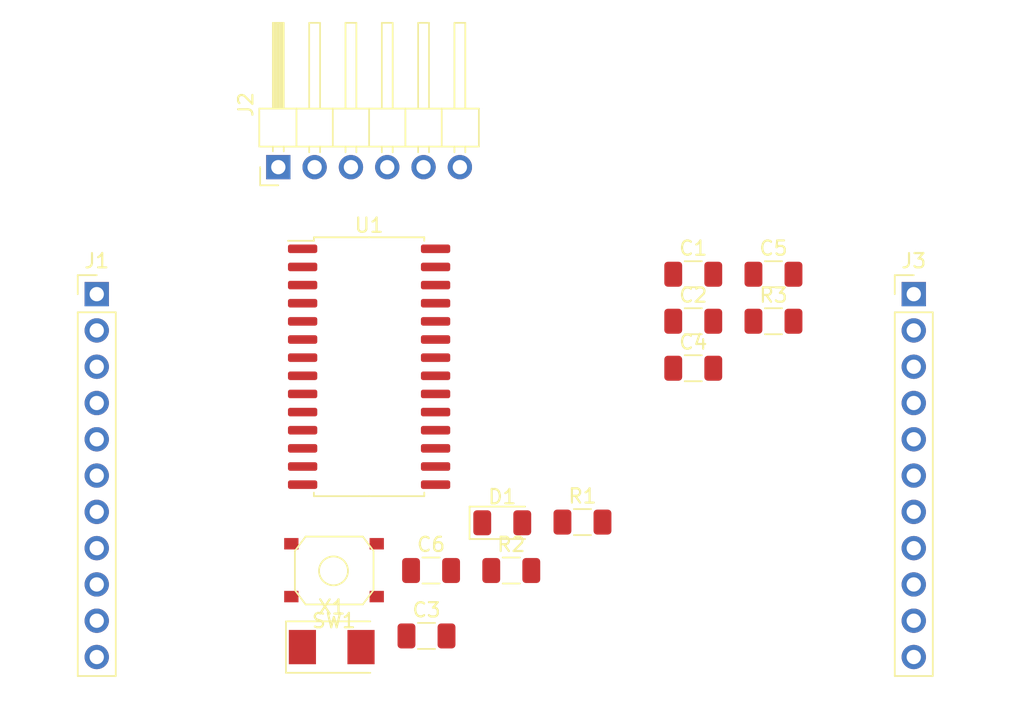
<source format=kicad_pcb>
(kicad_pcb (version 20171130) (host pcbnew "(5.1.5)-3")

  (general
    (thickness 1.6)
    (drawings 0)
    (tracks 0)
    (zones 0)
    (modules 16)
    (nets 55)
  )

  (page A4)
  (layers
    (0 F.Cu signal)
    (31 B.Cu signal)
    (32 B.Adhes user)
    (33 F.Adhes user)
    (34 B.Paste user)
    (35 F.Paste user)
    (36 B.SilkS user)
    (37 F.SilkS user)
    (38 B.Mask user)
    (39 F.Mask user)
    (40 Dwgs.User user)
    (41 Cmts.User user)
    (42 Eco1.User user)
    (43 Eco2.User user)
    (44 Edge.Cuts user)
    (45 Margin user)
    (46 B.CrtYd user)
    (47 F.CrtYd user)
    (48 B.Fab user)
    (49 F.Fab user)
  )

  (setup
    (last_trace_width 0.25)
    (trace_clearance 0.2)
    (zone_clearance 0.508)
    (zone_45_only no)
    (trace_min 0.2)
    (via_size 0.8)
    (via_drill 0.4)
    (via_min_size 0.4)
    (via_min_drill 0.3)
    (uvia_size 0.3)
    (uvia_drill 0.1)
    (uvias_allowed no)
    (uvia_min_size 0.2)
    (uvia_min_drill 0.1)
    (edge_width 0.05)
    (segment_width 0.2)
    (pcb_text_width 0.3)
    (pcb_text_size 1.5 1.5)
    (mod_edge_width 0.12)
    (mod_text_size 1 1)
    (mod_text_width 0.15)
    (pad_size 1.524 1.524)
    (pad_drill 0.762)
    (pad_to_mask_clearance 0.051)
    (solder_mask_min_width 0.25)
    (aux_axis_origin 0 0)
    (visible_elements FFFFFF7F)
    (pcbplotparams
      (layerselection 0x010fc_ffffffff)
      (usegerberextensions false)
      (usegerberattributes false)
      (usegerberadvancedattributes false)
      (creategerberjobfile false)
      (excludeedgelayer true)
      (linewidth 0.100000)
      (plotframeref false)
      (viasonmask false)
      (mode 1)
      (useauxorigin false)
      (hpglpennumber 1)
      (hpglpenspeed 20)
      (hpglpendiameter 15.000000)
      (psnegative false)
      (psa4output false)
      (plotreference true)
      (plotvalue true)
      (plotinvisibletext false)
      (padsonsilk false)
      (subtractmaskfromsilk false)
      (outputformat 1)
      (mirror false)
      (drillshape 1)
      (scaleselection 1)
      (outputdirectory ""))
  )

  (net 0 "")
  (net 1 "Net-(C1-Pad1)")
  (net 2 GND)
  (net 3 "Net-(C2-Pad1)")
  (net 4 "Net-(C3-Pad1)")
  (net 5 VCC)
  (net 6 "Net-(D1-Pad1)")
  (net 7 /RB0)
  (net 8 /RB1)
  (net 9 /RB2)
  (net 10 /RB3)
  (net 11 /RB4)
  (net 12 /RB5)
  (net 13 /RC13)
  (net 14 /RC14)
  (net 15 /OSC2)
  (net 16 /RD9)
  (net 17 /RD8)
  (net 18 "Net-(J2-Pad1)")
  (net 19 "Net-(J2-Pad2)")
  (net 20 "Net-(J2-Pad3)")
  (net 21 "Net-(J2-Pad4)")
  (net 22 "Net-(J2-Pad5)")
  (net 23 "Net-(J2-Pad6)")
  (net 24 "Net-(J3-Pad11)")
  (net 25 "Net-(J3-Pad10)")
  (net 26 /RF6)
  (net 27 /RF5)
  (net 28 /RF4)
  (net 29 /RF3)
  (net 30 /RF2)
  (net 31 /RB9)
  (net 32 /RB8)
  (net 33 /RB7)
  (net 34 /RB6)
  (net 35 "Net-(R2-Pad2)")
  (net 36 "Net-(U1-Pad2)")
  (net 37 "Net-(U1-Pad3)")
  (net 38 "Net-(U1-Pad4)")
  (net 39 "Net-(U1-Pad5)")
  (net 40 "Net-(U1-Pad6)")
  (net 41 "Net-(U1-Pad7)")
  (net 42 "Net-(U1-Pad11)")
  (net 43 "Net-(U1-Pad12)")
  (net 44 "Net-(U1-Pad14)")
  (net 45 "Net-(U1-Pad15)")
  (net 46 "Net-(U1-Pad16)")
  (net 47 "Net-(U1-Pad17)")
  (net 48 "Net-(U1-Pad18)")
  (net 49 "Net-(U1-Pad21)")
  (net 50 "Net-(U1-Pad22)")
  (net 51 "Net-(U1-Pad23)")
  (net 52 "Net-(U1-Pad24)")
  (net 53 "Net-(U1-Pad25)")
  (net 54 "Net-(U1-Pad26)")

  (net_class Default "Esta es la clase de red por defecto."
    (clearance 0.2)
    (trace_width 0.25)
    (via_dia 0.8)
    (via_drill 0.4)
    (uvia_dia 0.3)
    (uvia_drill 0.1)
    (add_net /OSC2)
    (add_net /RB0)
    (add_net /RB1)
    (add_net /RB2)
    (add_net /RB3)
    (add_net /RB4)
    (add_net /RB5)
    (add_net /RB6)
    (add_net /RB7)
    (add_net /RB8)
    (add_net /RB9)
    (add_net /RC13)
    (add_net /RC14)
    (add_net /RD8)
    (add_net /RD9)
    (add_net /RF2)
    (add_net /RF3)
    (add_net /RF4)
    (add_net /RF5)
    (add_net /RF6)
    (add_net GND)
    (add_net "Net-(C1-Pad1)")
    (add_net "Net-(C2-Pad1)")
    (add_net "Net-(C3-Pad1)")
    (add_net "Net-(D1-Pad1)")
    (add_net "Net-(J2-Pad1)")
    (add_net "Net-(J2-Pad2)")
    (add_net "Net-(J2-Pad3)")
    (add_net "Net-(J2-Pad4)")
    (add_net "Net-(J2-Pad5)")
    (add_net "Net-(J2-Pad6)")
    (add_net "Net-(J3-Pad10)")
    (add_net "Net-(J3-Pad11)")
    (add_net "Net-(R2-Pad2)")
    (add_net "Net-(U1-Pad11)")
    (add_net "Net-(U1-Pad12)")
    (add_net "Net-(U1-Pad14)")
    (add_net "Net-(U1-Pad15)")
    (add_net "Net-(U1-Pad16)")
    (add_net "Net-(U1-Pad17)")
    (add_net "Net-(U1-Pad18)")
    (add_net "Net-(U1-Pad2)")
    (add_net "Net-(U1-Pad21)")
    (add_net "Net-(U1-Pad22)")
    (add_net "Net-(U1-Pad23)")
    (add_net "Net-(U1-Pad24)")
    (add_net "Net-(U1-Pad25)")
    (add_net "Net-(U1-Pad26)")
    (add_net "Net-(U1-Pad3)")
    (add_net "Net-(U1-Pad4)")
    (add_net "Net-(U1-Pad5)")
    (add_net "Net-(U1-Pad6)")
    (add_net "Net-(U1-Pad7)")
    (add_net VCC)
  )

  (module Capacitor_SMD:C_1206_3216Metric (layer F.Cu) (tedit 5B301BBE) (tstamp 5EDB24A9)
    (at 169.995001 69.725001)
    (descr "Capacitor SMD 1206 (3216 Metric), square (rectangular) end terminal, IPC_7351 nominal, (Body size source: http://www.tortai-tech.com/upload/download/2011102023233369053.pdf), generated with kicad-footprint-generator")
    (tags capacitor)
    (path /5ED0D90A)
    (attr smd)
    (fp_text reference C1 (at 0 -1.82) (layer F.SilkS)
      (effects (font (size 1 1) (thickness 0.15)))
    )
    (fp_text value 100nF (at 0 1.82) (layer F.Fab)
      (effects (font (size 1 1) (thickness 0.15)))
    )
    (fp_line (start -1.6 0.8) (end -1.6 -0.8) (layer F.Fab) (width 0.1))
    (fp_line (start -1.6 -0.8) (end 1.6 -0.8) (layer F.Fab) (width 0.1))
    (fp_line (start 1.6 -0.8) (end 1.6 0.8) (layer F.Fab) (width 0.1))
    (fp_line (start 1.6 0.8) (end -1.6 0.8) (layer F.Fab) (width 0.1))
    (fp_line (start -0.602064 -0.91) (end 0.602064 -0.91) (layer F.SilkS) (width 0.12))
    (fp_line (start -0.602064 0.91) (end 0.602064 0.91) (layer F.SilkS) (width 0.12))
    (fp_line (start -2.28 1.12) (end -2.28 -1.12) (layer F.CrtYd) (width 0.05))
    (fp_line (start -2.28 -1.12) (end 2.28 -1.12) (layer F.CrtYd) (width 0.05))
    (fp_line (start 2.28 -1.12) (end 2.28 1.12) (layer F.CrtYd) (width 0.05))
    (fp_line (start 2.28 1.12) (end -2.28 1.12) (layer F.CrtYd) (width 0.05))
    (fp_text user %R (at 0 0) (layer F.Fab)
      (effects (font (size 0.8 0.8) (thickness 0.12)))
    )
    (pad 1 smd roundrect (at -1.4 0) (size 1.25 1.75) (layers F.Cu F.Paste F.Mask) (roundrect_rratio 0.2)
      (net 1 "Net-(C1-Pad1)"))
    (pad 2 smd roundrect (at 1.4 0) (size 1.25 1.75) (layers F.Cu F.Paste F.Mask) (roundrect_rratio 0.2)
      (net 2 GND))
    (model ${KISYS3DMOD}/Capacitor_SMD.3dshapes/C_1206_3216Metric.wrl
      (at (xyz 0 0 0))
      (scale (xyz 1 1 1))
      (rotate (xyz 0 0 0))
    )
  )

  (module Capacitor_SMD:C_1206_3216Metric (layer F.Cu) (tedit 5B301BBE) (tstamp 5EDB24BA)
    (at 169.995001 73.015001)
    (descr "Capacitor SMD 1206 (3216 Metric), square (rectangular) end terminal, IPC_7351 nominal, (Body size source: http://www.tortai-tech.com/upload/download/2011102023233369053.pdf), generated with kicad-footprint-generator")
    (tags capacitor)
    (path /5ED1999C)
    (attr smd)
    (fp_text reference C2 (at 0 -1.82) (layer F.SilkS)
      (effects (font (size 1 1) (thickness 0.15)))
    )
    (fp_text value 22pF (at 0 1.82) (layer F.Fab)
      (effects (font (size 1 1) (thickness 0.15)))
    )
    (fp_text user %R (at 0 0) (layer F.Fab)
      (effects (font (size 0.8 0.8) (thickness 0.12)))
    )
    (fp_line (start 2.28 1.12) (end -2.28 1.12) (layer F.CrtYd) (width 0.05))
    (fp_line (start 2.28 -1.12) (end 2.28 1.12) (layer F.CrtYd) (width 0.05))
    (fp_line (start -2.28 -1.12) (end 2.28 -1.12) (layer F.CrtYd) (width 0.05))
    (fp_line (start -2.28 1.12) (end -2.28 -1.12) (layer F.CrtYd) (width 0.05))
    (fp_line (start -0.602064 0.91) (end 0.602064 0.91) (layer F.SilkS) (width 0.12))
    (fp_line (start -0.602064 -0.91) (end 0.602064 -0.91) (layer F.SilkS) (width 0.12))
    (fp_line (start 1.6 0.8) (end -1.6 0.8) (layer F.Fab) (width 0.1))
    (fp_line (start 1.6 -0.8) (end 1.6 0.8) (layer F.Fab) (width 0.1))
    (fp_line (start -1.6 -0.8) (end 1.6 -0.8) (layer F.Fab) (width 0.1))
    (fp_line (start -1.6 0.8) (end -1.6 -0.8) (layer F.Fab) (width 0.1))
    (pad 2 smd roundrect (at 1.4 0) (size 1.25 1.75) (layers F.Cu F.Paste F.Mask) (roundrect_rratio 0.2)
      (net 2 GND))
    (pad 1 smd roundrect (at -1.4 0) (size 1.25 1.75) (layers F.Cu F.Paste F.Mask) (roundrect_rratio 0.2)
      (net 3 "Net-(C2-Pad1)"))
    (model ${KISYS3DMOD}/Capacitor_SMD.3dshapes/C_1206_3216Metric.wrl
      (at (xyz 0 0 0))
      (scale (xyz 1 1 1))
      (rotate (xyz 0 0 0))
    )
  )

  (module Capacitor_SMD:C_1206_3216Metric (layer F.Cu) (tedit 5B301BBE) (tstamp 5EDB24CB)
    (at 151.335001 95.045001)
    (descr "Capacitor SMD 1206 (3216 Metric), square (rectangular) end terminal, IPC_7351 nominal, (Body size source: http://www.tortai-tech.com/upload/download/2011102023233369053.pdf), generated with kicad-footprint-generator")
    (tags capacitor)
    (path /5ED19CAA)
    (attr smd)
    (fp_text reference C3 (at 0 -1.82) (layer F.SilkS)
      (effects (font (size 1 1) (thickness 0.15)))
    )
    (fp_text value 22pF (at 0 1.82) (layer F.Fab)
      (effects (font (size 1 1) (thickness 0.15)))
    )
    (fp_line (start -1.6 0.8) (end -1.6 -0.8) (layer F.Fab) (width 0.1))
    (fp_line (start -1.6 -0.8) (end 1.6 -0.8) (layer F.Fab) (width 0.1))
    (fp_line (start 1.6 -0.8) (end 1.6 0.8) (layer F.Fab) (width 0.1))
    (fp_line (start 1.6 0.8) (end -1.6 0.8) (layer F.Fab) (width 0.1))
    (fp_line (start -0.602064 -0.91) (end 0.602064 -0.91) (layer F.SilkS) (width 0.12))
    (fp_line (start -0.602064 0.91) (end 0.602064 0.91) (layer F.SilkS) (width 0.12))
    (fp_line (start -2.28 1.12) (end -2.28 -1.12) (layer F.CrtYd) (width 0.05))
    (fp_line (start -2.28 -1.12) (end 2.28 -1.12) (layer F.CrtYd) (width 0.05))
    (fp_line (start 2.28 -1.12) (end 2.28 1.12) (layer F.CrtYd) (width 0.05))
    (fp_line (start 2.28 1.12) (end -2.28 1.12) (layer F.CrtYd) (width 0.05))
    (fp_text user %R (at 0 0) (layer F.Fab)
      (effects (font (size 0.8 0.8) (thickness 0.12)))
    )
    (pad 1 smd roundrect (at -1.4 0) (size 1.25 1.75) (layers F.Cu F.Paste F.Mask) (roundrect_rratio 0.2)
      (net 4 "Net-(C3-Pad1)"))
    (pad 2 smd roundrect (at 1.4 0) (size 1.25 1.75) (layers F.Cu F.Paste F.Mask) (roundrect_rratio 0.2)
      (net 2 GND))
    (model ${KISYS3DMOD}/Capacitor_SMD.3dshapes/C_1206_3216Metric.wrl
      (at (xyz 0 0 0))
      (scale (xyz 1 1 1))
      (rotate (xyz 0 0 0))
    )
  )

  (module Capacitor_SMD:C_1206_3216Metric (layer F.Cu) (tedit 5B301BBE) (tstamp 5EDB24DC)
    (at 169.995001 76.305001)
    (descr "Capacitor SMD 1206 (3216 Metric), square (rectangular) end terminal, IPC_7351 nominal, (Body size source: http://www.tortai-tech.com/upload/download/2011102023233369053.pdf), generated with kicad-footprint-generator")
    (tags capacitor)
    (path /5ED8E9F6)
    (attr smd)
    (fp_text reference C4 (at 0 -1.82) (layer F.SilkS)
      (effects (font (size 1 1) (thickness 0.15)))
    )
    (fp_text value 100nF (at 0 1.82) (layer F.Fab)
      (effects (font (size 1 1) (thickness 0.15)))
    )
    (fp_text user %R (at 0 0) (layer F.Fab)
      (effects (font (size 0.8 0.8) (thickness 0.12)))
    )
    (fp_line (start 2.28 1.12) (end -2.28 1.12) (layer F.CrtYd) (width 0.05))
    (fp_line (start 2.28 -1.12) (end 2.28 1.12) (layer F.CrtYd) (width 0.05))
    (fp_line (start -2.28 -1.12) (end 2.28 -1.12) (layer F.CrtYd) (width 0.05))
    (fp_line (start -2.28 1.12) (end -2.28 -1.12) (layer F.CrtYd) (width 0.05))
    (fp_line (start -0.602064 0.91) (end 0.602064 0.91) (layer F.SilkS) (width 0.12))
    (fp_line (start -0.602064 -0.91) (end 0.602064 -0.91) (layer F.SilkS) (width 0.12))
    (fp_line (start 1.6 0.8) (end -1.6 0.8) (layer F.Fab) (width 0.1))
    (fp_line (start 1.6 -0.8) (end 1.6 0.8) (layer F.Fab) (width 0.1))
    (fp_line (start -1.6 -0.8) (end 1.6 -0.8) (layer F.Fab) (width 0.1))
    (fp_line (start -1.6 0.8) (end -1.6 -0.8) (layer F.Fab) (width 0.1))
    (pad 2 smd roundrect (at 1.4 0) (size 1.25 1.75) (layers F.Cu F.Paste F.Mask) (roundrect_rratio 0.2)
      (net 2 GND))
    (pad 1 smd roundrect (at -1.4 0) (size 1.25 1.75) (layers F.Cu F.Paste F.Mask) (roundrect_rratio 0.2)
      (net 5 VCC))
    (model ${KISYS3DMOD}/Capacitor_SMD.3dshapes/C_1206_3216Metric.wrl
      (at (xyz 0 0 0))
      (scale (xyz 1 1 1))
      (rotate (xyz 0 0 0))
    )
  )

  (module Capacitor_SMD:C_1206_3216Metric (layer F.Cu) (tedit 5B301BBE) (tstamp 5EDB24ED)
    (at 175.605001 69.725001)
    (descr "Capacitor SMD 1206 (3216 Metric), square (rectangular) end terminal, IPC_7351 nominal, (Body size source: http://www.tortai-tech.com/upload/download/2011102023233369053.pdf), generated with kicad-footprint-generator")
    (tags capacitor)
    (path /5ECDED81)
    (attr smd)
    (fp_text reference C5 (at 0 -1.82) (layer F.SilkS)
      (effects (font (size 1 1) (thickness 0.15)))
    )
    (fp_text value 100nF (at 0 1.82) (layer F.Fab)
      (effects (font (size 1 1) (thickness 0.15)))
    )
    (fp_text user %R (at 0 0) (layer F.Fab)
      (effects (font (size 0.8 0.8) (thickness 0.12)))
    )
    (fp_line (start 2.28 1.12) (end -2.28 1.12) (layer F.CrtYd) (width 0.05))
    (fp_line (start 2.28 -1.12) (end 2.28 1.12) (layer F.CrtYd) (width 0.05))
    (fp_line (start -2.28 -1.12) (end 2.28 -1.12) (layer F.CrtYd) (width 0.05))
    (fp_line (start -2.28 1.12) (end -2.28 -1.12) (layer F.CrtYd) (width 0.05))
    (fp_line (start -0.602064 0.91) (end 0.602064 0.91) (layer F.SilkS) (width 0.12))
    (fp_line (start -0.602064 -0.91) (end 0.602064 -0.91) (layer F.SilkS) (width 0.12))
    (fp_line (start 1.6 0.8) (end -1.6 0.8) (layer F.Fab) (width 0.1))
    (fp_line (start 1.6 -0.8) (end 1.6 0.8) (layer F.Fab) (width 0.1))
    (fp_line (start -1.6 -0.8) (end 1.6 -0.8) (layer F.Fab) (width 0.1))
    (fp_line (start -1.6 0.8) (end -1.6 -0.8) (layer F.Fab) (width 0.1))
    (pad 2 smd roundrect (at 1.4 0) (size 1.25 1.75) (layers F.Cu F.Paste F.Mask) (roundrect_rratio 0.2)
      (net 2 GND))
    (pad 1 smd roundrect (at -1.4 0) (size 1.25 1.75) (layers F.Cu F.Paste F.Mask) (roundrect_rratio 0.2)
      (net 5 VCC))
    (model ${KISYS3DMOD}/Capacitor_SMD.3dshapes/C_1206_3216Metric.wrl
      (at (xyz 0 0 0))
      (scale (xyz 1 1 1))
      (rotate (xyz 0 0 0))
    )
  )

  (module Capacitor_SMD:C_1206_3216Metric (layer F.Cu) (tedit 5B301BBE) (tstamp 5EDB24FE)
    (at 151.655001 90.465001)
    (descr "Capacitor SMD 1206 (3216 Metric), square (rectangular) end terminal, IPC_7351 nominal, (Body size source: http://www.tortai-tech.com/upload/download/2011102023233369053.pdf), generated with kicad-footprint-generator")
    (tags capacitor)
    (path /5ECDF41D)
    (attr smd)
    (fp_text reference C6 (at 0 -1.82) (layer F.SilkS)
      (effects (font (size 1 1) (thickness 0.15)))
    )
    (fp_text value 100nF (at 0 1.82) (layer F.Fab)
      (effects (font (size 1 1) (thickness 0.15)))
    )
    (fp_line (start -1.6 0.8) (end -1.6 -0.8) (layer F.Fab) (width 0.1))
    (fp_line (start -1.6 -0.8) (end 1.6 -0.8) (layer F.Fab) (width 0.1))
    (fp_line (start 1.6 -0.8) (end 1.6 0.8) (layer F.Fab) (width 0.1))
    (fp_line (start 1.6 0.8) (end -1.6 0.8) (layer F.Fab) (width 0.1))
    (fp_line (start -0.602064 -0.91) (end 0.602064 -0.91) (layer F.SilkS) (width 0.12))
    (fp_line (start -0.602064 0.91) (end 0.602064 0.91) (layer F.SilkS) (width 0.12))
    (fp_line (start -2.28 1.12) (end -2.28 -1.12) (layer F.CrtYd) (width 0.05))
    (fp_line (start -2.28 -1.12) (end 2.28 -1.12) (layer F.CrtYd) (width 0.05))
    (fp_line (start 2.28 -1.12) (end 2.28 1.12) (layer F.CrtYd) (width 0.05))
    (fp_line (start 2.28 1.12) (end -2.28 1.12) (layer F.CrtYd) (width 0.05))
    (fp_text user %R (at 0 0) (layer F.Fab)
      (effects (font (size 0.8 0.8) (thickness 0.12)))
    )
    (pad 1 smd roundrect (at -1.4 0) (size 1.25 1.75) (layers F.Cu F.Paste F.Mask) (roundrect_rratio 0.2)
      (net 5 VCC))
    (pad 2 smd roundrect (at 1.4 0) (size 1.25 1.75) (layers F.Cu F.Paste F.Mask) (roundrect_rratio 0.2)
      (net 2 GND))
    (model ${KISYS3DMOD}/Capacitor_SMD.3dshapes/C_1206_3216Metric.wrl
      (at (xyz 0 0 0))
      (scale (xyz 1 1 1))
      (rotate (xyz 0 0 0))
    )
  )

  (module LED_SMD:LED_1206_3216Metric (layer F.Cu) (tedit 5B301BBE) (tstamp 5EDB2511)
    (at 156.635001 87.125001)
    (descr "LED SMD 1206 (3216 Metric), square (rectangular) end terminal, IPC_7351 nominal, (Body size source: http://www.tortai-tech.com/upload/download/2011102023233369053.pdf), generated with kicad-footprint-generator")
    (tags diode)
    (path /5ED45FD6)
    (attr smd)
    (fp_text reference D1 (at 0 -1.82) (layer F.SilkS)
      (effects (font (size 1 1) (thickness 0.15)))
    )
    (fp_text value LED (at 0 1.82) (layer F.Fab)
      (effects (font (size 1 1) (thickness 0.15)))
    )
    (fp_line (start 1.6 -0.8) (end -1.2 -0.8) (layer F.Fab) (width 0.1))
    (fp_line (start -1.2 -0.8) (end -1.6 -0.4) (layer F.Fab) (width 0.1))
    (fp_line (start -1.6 -0.4) (end -1.6 0.8) (layer F.Fab) (width 0.1))
    (fp_line (start -1.6 0.8) (end 1.6 0.8) (layer F.Fab) (width 0.1))
    (fp_line (start 1.6 0.8) (end 1.6 -0.8) (layer F.Fab) (width 0.1))
    (fp_line (start 1.6 -1.135) (end -2.285 -1.135) (layer F.SilkS) (width 0.12))
    (fp_line (start -2.285 -1.135) (end -2.285 1.135) (layer F.SilkS) (width 0.12))
    (fp_line (start -2.285 1.135) (end 1.6 1.135) (layer F.SilkS) (width 0.12))
    (fp_line (start -2.28 1.12) (end -2.28 -1.12) (layer F.CrtYd) (width 0.05))
    (fp_line (start -2.28 -1.12) (end 2.28 -1.12) (layer F.CrtYd) (width 0.05))
    (fp_line (start 2.28 -1.12) (end 2.28 1.12) (layer F.CrtYd) (width 0.05))
    (fp_line (start 2.28 1.12) (end -2.28 1.12) (layer F.CrtYd) (width 0.05))
    (fp_text user %R (at 0 0) (layer F.Fab)
      (effects (font (size 0.8 0.8) (thickness 0.12)))
    )
    (pad 1 smd roundrect (at -1.4 0) (size 1.25 1.75) (layers F.Cu F.Paste F.Mask) (roundrect_rratio 0.2)
      (net 6 "Net-(D1-Pad1)"))
    (pad 2 smd roundrect (at 1.4 0) (size 1.25 1.75) (layers F.Cu F.Paste F.Mask) (roundrect_rratio 0.2)
      (net 5 VCC))
    (model ${KISYS3DMOD}/LED_SMD.3dshapes/LED_1206_3216Metric.wrl
      (at (xyz 0 0 0))
      (scale (xyz 1 1 1))
      (rotate (xyz 0 0 0))
    )
  )

  (module Connector_PinHeader_2.54mm:PinHeader_1x11_P2.54mm_Vertical (layer F.Cu) (tedit 59FED5CC) (tstamp 5EDB2530)
    (at 128.27 71.12)
    (descr "Through hole straight pin header, 1x11, 2.54mm pitch, single row")
    (tags "Through hole pin header THT 1x11 2.54mm single row")
    (path /5ED16F8A)
    (fp_text reference J1 (at 0 -2.33) (layer F.SilkS)
      (effects (font (size 1 1) (thickness 0.15)))
    )
    (fp_text value Conn_01x11_Male (at 0 27.73) (layer F.Fab)
      (effects (font (size 1 1) (thickness 0.15)))
    )
    (fp_line (start -0.635 -1.27) (end 1.27 -1.27) (layer F.Fab) (width 0.1))
    (fp_line (start 1.27 -1.27) (end 1.27 26.67) (layer F.Fab) (width 0.1))
    (fp_line (start 1.27 26.67) (end -1.27 26.67) (layer F.Fab) (width 0.1))
    (fp_line (start -1.27 26.67) (end -1.27 -0.635) (layer F.Fab) (width 0.1))
    (fp_line (start -1.27 -0.635) (end -0.635 -1.27) (layer F.Fab) (width 0.1))
    (fp_line (start -1.33 26.73) (end 1.33 26.73) (layer F.SilkS) (width 0.12))
    (fp_line (start -1.33 1.27) (end -1.33 26.73) (layer F.SilkS) (width 0.12))
    (fp_line (start 1.33 1.27) (end 1.33 26.73) (layer F.SilkS) (width 0.12))
    (fp_line (start -1.33 1.27) (end 1.33 1.27) (layer F.SilkS) (width 0.12))
    (fp_line (start -1.33 0) (end -1.33 -1.33) (layer F.SilkS) (width 0.12))
    (fp_line (start -1.33 -1.33) (end 0 -1.33) (layer F.SilkS) (width 0.12))
    (fp_line (start -1.8 -1.8) (end -1.8 27.2) (layer F.CrtYd) (width 0.05))
    (fp_line (start -1.8 27.2) (end 1.8 27.2) (layer F.CrtYd) (width 0.05))
    (fp_line (start 1.8 27.2) (end 1.8 -1.8) (layer F.CrtYd) (width 0.05))
    (fp_line (start 1.8 -1.8) (end -1.8 -1.8) (layer F.CrtYd) (width 0.05))
    (fp_text user %R (at 0 12.7 90) (layer F.Fab)
      (effects (font (size 1 1) (thickness 0.15)))
    )
    (pad 1 thru_hole rect (at 0 0) (size 1.7 1.7) (drill 1) (layers *.Cu *.Mask)
      (net 7 /RB0))
    (pad 2 thru_hole oval (at 0 2.54) (size 1.7 1.7) (drill 1) (layers *.Cu *.Mask)
      (net 8 /RB1))
    (pad 3 thru_hole oval (at 0 5.08) (size 1.7 1.7) (drill 1) (layers *.Cu *.Mask)
      (net 9 /RB2))
    (pad 4 thru_hole oval (at 0 7.62) (size 1.7 1.7) (drill 1) (layers *.Cu *.Mask)
      (net 10 /RB3))
    (pad 5 thru_hole oval (at 0 10.16) (size 1.7 1.7) (drill 1) (layers *.Cu *.Mask)
      (net 11 /RB4))
    (pad 6 thru_hole oval (at 0 12.7) (size 1.7 1.7) (drill 1) (layers *.Cu *.Mask)
      (net 12 /RB5))
    (pad 7 thru_hole oval (at 0 15.24) (size 1.7 1.7) (drill 1) (layers *.Cu *.Mask)
      (net 13 /RC13))
    (pad 8 thru_hole oval (at 0 17.78) (size 1.7 1.7) (drill 1) (layers *.Cu *.Mask)
      (net 14 /RC14))
    (pad 9 thru_hole oval (at 0 20.32) (size 1.7 1.7) (drill 1) (layers *.Cu *.Mask)
      (net 15 /OSC2))
    (pad 10 thru_hole oval (at 0 22.86) (size 1.7 1.7) (drill 1) (layers *.Cu *.Mask)
      (net 16 /RD9))
    (pad 11 thru_hole oval (at 0 25.4) (size 1.7 1.7) (drill 1) (layers *.Cu *.Mask)
      (net 17 /RD8))
    (model ${KISYS3DMOD}/Connector_PinHeader_2.54mm.3dshapes/PinHeader_1x11_P2.54mm_Vertical.wrl
      (at (xyz 0 0 0))
      (scale (xyz 1 1 1))
      (rotate (xyz 0 0 0))
    )
  )

  (module Connector_PinHeader_2.54mm:PinHeader_1x06_P2.54mm_Horizontal (layer F.Cu) (tedit 59FED5CB) (tstamp 5EDB2597)
    (at 140.97 62.23 90)
    (descr "Through hole angled pin header, 1x06, 2.54mm pitch, 6mm pin length, single row")
    (tags "Through hole angled pin header THT 1x06 2.54mm single row")
    (path /5ED1954D)
    (fp_text reference J2 (at 4.385 -2.27 90) (layer F.SilkS)
      (effects (font (size 1 1) (thickness 0.15)))
    )
    (fp_text value Conn_PIC_ICSP_ICD (at 4.385 14.97 90) (layer F.Fab)
      (effects (font (size 1 1) (thickness 0.15)))
    )
    (fp_text user %R (at 2.77 6.35) (layer F.Fab)
      (effects (font (size 1 1) (thickness 0.15)))
    )
    (fp_line (start 10.55 -1.8) (end -1.8 -1.8) (layer F.CrtYd) (width 0.05))
    (fp_line (start 10.55 14.5) (end 10.55 -1.8) (layer F.CrtYd) (width 0.05))
    (fp_line (start -1.8 14.5) (end 10.55 14.5) (layer F.CrtYd) (width 0.05))
    (fp_line (start -1.8 -1.8) (end -1.8 14.5) (layer F.CrtYd) (width 0.05))
    (fp_line (start -1.27 -1.27) (end 0 -1.27) (layer F.SilkS) (width 0.12))
    (fp_line (start -1.27 0) (end -1.27 -1.27) (layer F.SilkS) (width 0.12))
    (fp_line (start 1.042929 13.08) (end 1.44 13.08) (layer F.SilkS) (width 0.12))
    (fp_line (start 1.042929 12.32) (end 1.44 12.32) (layer F.SilkS) (width 0.12))
    (fp_line (start 10.1 13.08) (end 4.1 13.08) (layer F.SilkS) (width 0.12))
    (fp_line (start 10.1 12.32) (end 10.1 13.08) (layer F.SilkS) (width 0.12))
    (fp_line (start 4.1 12.32) (end 10.1 12.32) (layer F.SilkS) (width 0.12))
    (fp_line (start 1.44 11.43) (end 4.1 11.43) (layer F.SilkS) (width 0.12))
    (fp_line (start 1.042929 10.54) (end 1.44 10.54) (layer F.SilkS) (width 0.12))
    (fp_line (start 1.042929 9.78) (end 1.44 9.78) (layer F.SilkS) (width 0.12))
    (fp_line (start 10.1 10.54) (end 4.1 10.54) (layer F.SilkS) (width 0.12))
    (fp_line (start 10.1 9.78) (end 10.1 10.54) (layer F.SilkS) (width 0.12))
    (fp_line (start 4.1 9.78) (end 10.1 9.78) (layer F.SilkS) (width 0.12))
    (fp_line (start 1.44 8.89) (end 4.1 8.89) (layer F.SilkS) (width 0.12))
    (fp_line (start 1.042929 8) (end 1.44 8) (layer F.SilkS) (width 0.12))
    (fp_line (start 1.042929 7.24) (end 1.44 7.24) (layer F.SilkS) (width 0.12))
    (fp_line (start 10.1 8) (end 4.1 8) (layer F.SilkS) (width 0.12))
    (fp_line (start 10.1 7.24) (end 10.1 8) (layer F.SilkS) (width 0.12))
    (fp_line (start 4.1 7.24) (end 10.1 7.24) (layer F.SilkS) (width 0.12))
    (fp_line (start 1.44 6.35) (end 4.1 6.35) (layer F.SilkS) (width 0.12))
    (fp_line (start 1.042929 5.46) (end 1.44 5.46) (layer F.SilkS) (width 0.12))
    (fp_line (start 1.042929 4.7) (end 1.44 4.7) (layer F.SilkS) (width 0.12))
    (fp_line (start 10.1 5.46) (end 4.1 5.46) (layer F.SilkS) (width 0.12))
    (fp_line (start 10.1 4.7) (end 10.1 5.46) (layer F.SilkS) (width 0.12))
    (fp_line (start 4.1 4.7) (end 10.1 4.7) (layer F.SilkS) (width 0.12))
    (fp_line (start 1.44 3.81) (end 4.1 3.81) (layer F.SilkS) (width 0.12))
    (fp_line (start 1.042929 2.92) (end 1.44 2.92) (layer F.SilkS) (width 0.12))
    (fp_line (start 1.042929 2.16) (end 1.44 2.16) (layer F.SilkS) (width 0.12))
    (fp_line (start 10.1 2.92) (end 4.1 2.92) (layer F.SilkS) (width 0.12))
    (fp_line (start 10.1 2.16) (end 10.1 2.92) (layer F.SilkS) (width 0.12))
    (fp_line (start 4.1 2.16) (end 10.1 2.16) (layer F.SilkS) (width 0.12))
    (fp_line (start 1.44 1.27) (end 4.1 1.27) (layer F.SilkS) (width 0.12))
    (fp_line (start 1.11 0.38) (end 1.44 0.38) (layer F.SilkS) (width 0.12))
    (fp_line (start 1.11 -0.38) (end 1.44 -0.38) (layer F.SilkS) (width 0.12))
    (fp_line (start 4.1 0.28) (end 10.1 0.28) (layer F.SilkS) (width 0.12))
    (fp_line (start 4.1 0.16) (end 10.1 0.16) (layer F.SilkS) (width 0.12))
    (fp_line (start 4.1 0.04) (end 10.1 0.04) (layer F.SilkS) (width 0.12))
    (fp_line (start 4.1 -0.08) (end 10.1 -0.08) (layer F.SilkS) (width 0.12))
    (fp_line (start 4.1 -0.2) (end 10.1 -0.2) (layer F.SilkS) (width 0.12))
    (fp_line (start 4.1 -0.32) (end 10.1 -0.32) (layer F.SilkS) (width 0.12))
    (fp_line (start 10.1 0.38) (end 4.1 0.38) (layer F.SilkS) (width 0.12))
    (fp_line (start 10.1 -0.38) (end 10.1 0.38) (layer F.SilkS) (width 0.12))
    (fp_line (start 4.1 -0.38) (end 10.1 -0.38) (layer F.SilkS) (width 0.12))
    (fp_line (start 4.1 -1.33) (end 1.44 -1.33) (layer F.SilkS) (width 0.12))
    (fp_line (start 4.1 14.03) (end 4.1 -1.33) (layer F.SilkS) (width 0.12))
    (fp_line (start 1.44 14.03) (end 4.1 14.03) (layer F.SilkS) (width 0.12))
    (fp_line (start 1.44 -1.33) (end 1.44 14.03) (layer F.SilkS) (width 0.12))
    (fp_line (start 4.04 13.02) (end 10.04 13.02) (layer F.Fab) (width 0.1))
    (fp_line (start 10.04 12.38) (end 10.04 13.02) (layer F.Fab) (width 0.1))
    (fp_line (start 4.04 12.38) (end 10.04 12.38) (layer F.Fab) (width 0.1))
    (fp_line (start -0.32 13.02) (end 1.5 13.02) (layer F.Fab) (width 0.1))
    (fp_line (start -0.32 12.38) (end -0.32 13.02) (layer F.Fab) (width 0.1))
    (fp_line (start -0.32 12.38) (end 1.5 12.38) (layer F.Fab) (width 0.1))
    (fp_line (start 4.04 10.48) (end 10.04 10.48) (layer F.Fab) (width 0.1))
    (fp_line (start 10.04 9.84) (end 10.04 10.48) (layer F.Fab) (width 0.1))
    (fp_line (start 4.04 9.84) (end 10.04 9.84) (layer F.Fab) (width 0.1))
    (fp_line (start -0.32 10.48) (end 1.5 10.48) (layer F.Fab) (width 0.1))
    (fp_line (start -0.32 9.84) (end -0.32 10.48) (layer F.Fab) (width 0.1))
    (fp_line (start -0.32 9.84) (end 1.5 9.84) (layer F.Fab) (width 0.1))
    (fp_line (start 4.04 7.94) (end 10.04 7.94) (layer F.Fab) (width 0.1))
    (fp_line (start 10.04 7.3) (end 10.04 7.94) (layer F.Fab) (width 0.1))
    (fp_line (start 4.04 7.3) (end 10.04 7.3) (layer F.Fab) (width 0.1))
    (fp_line (start -0.32 7.94) (end 1.5 7.94) (layer F.Fab) (width 0.1))
    (fp_line (start -0.32 7.3) (end -0.32 7.94) (layer F.Fab) (width 0.1))
    (fp_line (start -0.32 7.3) (end 1.5 7.3) (layer F.Fab) (width 0.1))
    (fp_line (start 4.04 5.4) (end 10.04 5.4) (layer F.Fab) (width 0.1))
    (fp_line (start 10.04 4.76) (end 10.04 5.4) (layer F.Fab) (width 0.1))
    (fp_line (start 4.04 4.76) (end 10.04 4.76) (layer F.Fab) (width 0.1))
    (fp_line (start -0.32 5.4) (end 1.5 5.4) (layer F.Fab) (width 0.1))
    (fp_line (start -0.32 4.76) (end -0.32 5.4) (layer F.Fab) (width 0.1))
    (fp_line (start -0.32 4.76) (end 1.5 4.76) (layer F.Fab) (width 0.1))
    (fp_line (start 4.04 2.86) (end 10.04 2.86) (layer F.Fab) (width 0.1))
    (fp_line (start 10.04 2.22) (end 10.04 2.86) (layer F.Fab) (width 0.1))
    (fp_line (start 4.04 2.22) (end 10.04 2.22) (layer F.Fab) (width 0.1))
    (fp_line (start -0.32 2.86) (end 1.5 2.86) (layer F.Fab) (width 0.1))
    (fp_line (start -0.32 2.22) (end -0.32 2.86) (layer F.Fab) (width 0.1))
    (fp_line (start -0.32 2.22) (end 1.5 2.22) (layer F.Fab) (width 0.1))
    (fp_line (start 4.04 0.32) (end 10.04 0.32) (layer F.Fab) (width 0.1))
    (fp_line (start 10.04 -0.32) (end 10.04 0.32) (layer F.Fab) (width 0.1))
    (fp_line (start 4.04 -0.32) (end 10.04 -0.32) (layer F.Fab) (width 0.1))
    (fp_line (start -0.32 0.32) (end 1.5 0.32) (layer F.Fab) (width 0.1))
    (fp_line (start -0.32 -0.32) (end -0.32 0.32) (layer F.Fab) (width 0.1))
    (fp_line (start -0.32 -0.32) (end 1.5 -0.32) (layer F.Fab) (width 0.1))
    (fp_line (start 1.5 -0.635) (end 2.135 -1.27) (layer F.Fab) (width 0.1))
    (fp_line (start 1.5 13.97) (end 1.5 -0.635) (layer F.Fab) (width 0.1))
    (fp_line (start 4.04 13.97) (end 1.5 13.97) (layer F.Fab) (width 0.1))
    (fp_line (start 4.04 -1.27) (end 4.04 13.97) (layer F.Fab) (width 0.1))
    (fp_line (start 2.135 -1.27) (end 4.04 -1.27) (layer F.Fab) (width 0.1))
    (pad 6 thru_hole oval (at 0 12.7 90) (size 1.7 1.7) (drill 1) (layers *.Cu *.Mask)
      (net 23 "Net-(J2-Pad6)"))
    (pad 5 thru_hole oval (at 0 10.16 90) (size 1.7 1.7) (drill 1) (layers *.Cu *.Mask)
      (net 22 "Net-(J2-Pad5)"))
    (pad 4 thru_hole oval (at 0 7.62 90) (size 1.7 1.7) (drill 1) (layers *.Cu *.Mask)
      (net 21 "Net-(J2-Pad4)"))
    (pad 3 thru_hole oval (at 0 5.08 90) (size 1.7 1.7) (drill 1) (layers *.Cu *.Mask)
      (net 20 "Net-(J2-Pad3)"))
    (pad 2 thru_hole oval (at 0 2.54 90) (size 1.7 1.7) (drill 1) (layers *.Cu *.Mask)
      (net 19 "Net-(J2-Pad2)"))
    (pad 1 thru_hole rect (at 0 0 90) (size 1.7 1.7) (drill 1) (layers *.Cu *.Mask)
      (net 18 "Net-(J2-Pad1)"))
    (model ${KISYS3DMOD}/Connector_PinHeader_2.54mm.3dshapes/PinHeader_1x06_P2.54mm_Horizontal.wrl
      (at (xyz 0 0 0))
      (scale (xyz 1 1 1))
      (rotate (xyz 0 0 0))
    )
  )

  (module Connector_PinHeader_2.54mm:PinHeader_1x11_P2.54mm_Vertical (layer F.Cu) (tedit 59FED5CC) (tstamp 5EDB25B6)
    (at 185.42 71.12)
    (descr "Through hole straight pin header, 1x11, 2.54mm pitch, single row")
    (tags "Through hole pin header THT 1x11 2.54mm single row")
    (path /5ED68142)
    (fp_text reference J3 (at 0 -2.33) (layer F.SilkS)
      (effects (font (size 1 1) (thickness 0.15)))
    )
    (fp_text value Conn_01x11_Female (at 0 27.73) (layer F.Fab)
      (effects (font (size 1 1) (thickness 0.15)))
    )
    (fp_text user %R (at 0 12.7 90) (layer F.Fab)
      (effects (font (size 1 1) (thickness 0.15)))
    )
    (fp_line (start 1.8 -1.8) (end -1.8 -1.8) (layer F.CrtYd) (width 0.05))
    (fp_line (start 1.8 27.2) (end 1.8 -1.8) (layer F.CrtYd) (width 0.05))
    (fp_line (start -1.8 27.2) (end 1.8 27.2) (layer F.CrtYd) (width 0.05))
    (fp_line (start -1.8 -1.8) (end -1.8 27.2) (layer F.CrtYd) (width 0.05))
    (fp_line (start -1.33 -1.33) (end 0 -1.33) (layer F.SilkS) (width 0.12))
    (fp_line (start -1.33 0) (end -1.33 -1.33) (layer F.SilkS) (width 0.12))
    (fp_line (start -1.33 1.27) (end 1.33 1.27) (layer F.SilkS) (width 0.12))
    (fp_line (start 1.33 1.27) (end 1.33 26.73) (layer F.SilkS) (width 0.12))
    (fp_line (start -1.33 1.27) (end -1.33 26.73) (layer F.SilkS) (width 0.12))
    (fp_line (start -1.33 26.73) (end 1.33 26.73) (layer F.SilkS) (width 0.12))
    (fp_line (start -1.27 -0.635) (end -0.635 -1.27) (layer F.Fab) (width 0.1))
    (fp_line (start -1.27 26.67) (end -1.27 -0.635) (layer F.Fab) (width 0.1))
    (fp_line (start 1.27 26.67) (end -1.27 26.67) (layer F.Fab) (width 0.1))
    (fp_line (start 1.27 -1.27) (end 1.27 26.67) (layer F.Fab) (width 0.1))
    (fp_line (start -0.635 -1.27) (end 1.27 -1.27) (layer F.Fab) (width 0.1))
    (pad 11 thru_hole oval (at 0 25.4) (size 1.7 1.7) (drill 1) (layers *.Cu *.Mask)
      (net 24 "Net-(J3-Pad11)"))
    (pad 10 thru_hole oval (at 0 22.86) (size 1.7 1.7) (drill 1) (layers *.Cu *.Mask)
      (net 25 "Net-(J3-Pad10)"))
    (pad 9 thru_hole oval (at 0 20.32) (size 1.7 1.7) (drill 1) (layers *.Cu *.Mask)
      (net 26 /RF6))
    (pad 8 thru_hole oval (at 0 17.78) (size 1.7 1.7) (drill 1) (layers *.Cu *.Mask)
      (net 27 /RF5))
    (pad 7 thru_hole oval (at 0 15.24) (size 1.7 1.7) (drill 1) (layers *.Cu *.Mask)
      (net 28 /RF4))
    (pad 6 thru_hole oval (at 0 12.7) (size 1.7 1.7) (drill 1) (layers *.Cu *.Mask)
      (net 29 /RF3))
    (pad 5 thru_hole oval (at 0 10.16) (size 1.7 1.7) (drill 1) (layers *.Cu *.Mask)
      (net 30 /RF2))
    (pad 4 thru_hole oval (at 0 7.62) (size 1.7 1.7) (drill 1) (layers *.Cu *.Mask)
      (net 31 /RB9))
    (pad 3 thru_hole oval (at 0 5.08) (size 1.7 1.7) (drill 1) (layers *.Cu *.Mask)
      (net 32 /RB8))
    (pad 2 thru_hole oval (at 0 2.54) (size 1.7 1.7) (drill 1) (layers *.Cu *.Mask)
      (net 33 /RB7))
    (pad 1 thru_hole rect (at 0 0) (size 1.7 1.7) (drill 1) (layers *.Cu *.Mask)
      (net 34 /RB6))
    (model ${KISYS3DMOD}/Connector_PinHeader_2.54mm.3dshapes/PinHeader_1x11_P2.54mm_Vertical.wrl
      (at (xyz 0 0 0))
      (scale (xyz 1 1 1))
      (rotate (xyz 0 0 0))
    )
  )

  (module Resistor_SMD:R_1206_3216Metric (layer F.Cu) (tedit 5B301BBD) (tstamp 5EDB25C7)
    (at 162.245001 87.075001)
    (descr "Resistor SMD 1206 (3216 Metric), square (rectangular) end terminal, IPC_7351 nominal, (Body size source: http://www.tortai-tech.com/upload/download/2011102023233369053.pdf), generated with kicad-footprint-generator")
    (tags resistor)
    (path /5EC84AB3)
    (attr smd)
    (fp_text reference R1 (at 0 -1.82) (layer F.SilkS)
      (effects (font (size 1 1) (thickness 0.15)))
    )
    (fp_text value 10K (at 0 1.82) (layer F.Fab)
      (effects (font (size 1 1) (thickness 0.15)))
    )
    (fp_line (start -1.6 0.8) (end -1.6 -0.8) (layer F.Fab) (width 0.1))
    (fp_line (start -1.6 -0.8) (end 1.6 -0.8) (layer F.Fab) (width 0.1))
    (fp_line (start 1.6 -0.8) (end 1.6 0.8) (layer F.Fab) (width 0.1))
    (fp_line (start 1.6 0.8) (end -1.6 0.8) (layer F.Fab) (width 0.1))
    (fp_line (start -0.602064 -0.91) (end 0.602064 -0.91) (layer F.SilkS) (width 0.12))
    (fp_line (start -0.602064 0.91) (end 0.602064 0.91) (layer F.SilkS) (width 0.12))
    (fp_line (start -2.28 1.12) (end -2.28 -1.12) (layer F.CrtYd) (width 0.05))
    (fp_line (start -2.28 -1.12) (end 2.28 -1.12) (layer F.CrtYd) (width 0.05))
    (fp_line (start 2.28 -1.12) (end 2.28 1.12) (layer F.CrtYd) (width 0.05))
    (fp_line (start 2.28 1.12) (end -2.28 1.12) (layer F.CrtYd) (width 0.05))
    (fp_text user %R (at 0 0) (layer F.Fab)
      (effects (font (size 0.8 0.8) (thickness 0.12)))
    )
    (pad 1 smd roundrect (at -1.4 0) (size 1.25 1.75) (layers F.Cu F.Paste F.Mask) (roundrect_rratio 0.2)
      (net 5 VCC))
    (pad 2 smd roundrect (at 1.4 0) (size 1.25 1.75) (layers F.Cu F.Paste F.Mask) (roundrect_rratio 0.2)
      (net 1 "Net-(C1-Pad1)"))
    (model ${KISYS3DMOD}/Resistor_SMD.3dshapes/R_1206_3216Metric.wrl
      (at (xyz 0 0 0))
      (scale (xyz 1 1 1))
      (rotate (xyz 0 0 0))
    )
  )

  (module Resistor_SMD:R_1206_3216Metric (layer F.Cu) (tedit 5B301BBD) (tstamp 5EDB25D8)
    (at 157.265001 90.465001)
    (descr "Resistor SMD 1206 (3216 Metric), square (rectangular) end terminal, IPC_7351 nominal, (Body size source: http://www.tortai-tech.com/upload/download/2011102023233369053.pdf), generated with kicad-footprint-generator")
    (tags resistor)
    (path /5ECAD433)
    (attr smd)
    (fp_text reference R2 (at 0 -1.82) (layer F.SilkS)
      (effects (font (size 1 1) (thickness 0.15)))
    )
    (fp_text value 10K (at 0 1.82) (layer F.Fab)
      (effects (font (size 1 1) (thickness 0.15)))
    )
    (fp_text user %R (at 0 0) (layer F.Fab)
      (effects (font (size 0.8 0.8) (thickness 0.12)))
    )
    (fp_line (start 2.28 1.12) (end -2.28 1.12) (layer F.CrtYd) (width 0.05))
    (fp_line (start 2.28 -1.12) (end 2.28 1.12) (layer F.CrtYd) (width 0.05))
    (fp_line (start -2.28 -1.12) (end 2.28 -1.12) (layer F.CrtYd) (width 0.05))
    (fp_line (start -2.28 1.12) (end -2.28 -1.12) (layer F.CrtYd) (width 0.05))
    (fp_line (start -0.602064 0.91) (end 0.602064 0.91) (layer F.SilkS) (width 0.12))
    (fp_line (start -0.602064 -0.91) (end 0.602064 -0.91) (layer F.SilkS) (width 0.12))
    (fp_line (start 1.6 0.8) (end -1.6 0.8) (layer F.Fab) (width 0.1))
    (fp_line (start 1.6 -0.8) (end 1.6 0.8) (layer F.Fab) (width 0.1))
    (fp_line (start -1.6 -0.8) (end 1.6 -0.8) (layer F.Fab) (width 0.1))
    (fp_line (start -1.6 0.8) (end -1.6 -0.8) (layer F.Fab) (width 0.1))
    (pad 2 smd roundrect (at 1.4 0) (size 1.25 1.75) (layers F.Cu F.Paste F.Mask) (roundrect_rratio 0.2)
      (net 35 "Net-(R2-Pad2)"))
    (pad 1 smd roundrect (at -1.4 0) (size 1.25 1.75) (layers F.Cu F.Paste F.Mask) (roundrect_rratio 0.2)
      (net 1 "Net-(C1-Pad1)"))
    (model ${KISYS3DMOD}/Resistor_SMD.3dshapes/R_1206_3216Metric.wrl
      (at (xyz 0 0 0))
      (scale (xyz 1 1 1))
      (rotate (xyz 0 0 0))
    )
  )

  (module Resistor_SMD:R_1206_3216Metric (layer F.Cu) (tedit 5B301BBD) (tstamp 5EDB25E9)
    (at 175.605001 73.015001)
    (descr "Resistor SMD 1206 (3216 Metric), square (rectangular) end terminal, IPC_7351 nominal, (Body size source: http://www.tortai-tech.com/upload/download/2011102023233369053.pdf), generated with kicad-footprint-generator")
    (tags resistor)
    (path /5ED4BC71)
    (attr smd)
    (fp_text reference R3 (at 0 -1.82) (layer F.SilkS)
      (effects (font (size 1 1) (thickness 0.15)))
    )
    (fp_text value 330 (at 0 1.82) (layer F.Fab)
      (effects (font (size 1 1) (thickness 0.15)))
    )
    (fp_line (start -1.6 0.8) (end -1.6 -0.8) (layer F.Fab) (width 0.1))
    (fp_line (start -1.6 -0.8) (end 1.6 -0.8) (layer F.Fab) (width 0.1))
    (fp_line (start 1.6 -0.8) (end 1.6 0.8) (layer F.Fab) (width 0.1))
    (fp_line (start 1.6 0.8) (end -1.6 0.8) (layer F.Fab) (width 0.1))
    (fp_line (start -0.602064 -0.91) (end 0.602064 -0.91) (layer F.SilkS) (width 0.12))
    (fp_line (start -0.602064 0.91) (end 0.602064 0.91) (layer F.SilkS) (width 0.12))
    (fp_line (start -2.28 1.12) (end -2.28 -1.12) (layer F.CrtYd) (width 0.05))
    (fp_line (start -2.28 -1.12) (end 2.28 -1.12) (layer F.CrtYd) (width 0.05))
    (fp_line (start 2.28 -1.12) (end 2.28 1.12) (layer F.CrtYd) (width 0.05))
    (fp_line (start 2.28 1.12) (end -2.28 1.12) (layer F.CrtYd) (width 0.05))
    (fp_text user %R (at 0 0) (layer F.Fab)
      (effects (font (size 0.8 0.8) (thickness 0.12)))
    )
    (pad 1 smd roundrect (at -1.4 0) (size 1.25 1.75) (layers F.Cu F.Paste F.Mask) (roundrect_rratio 0.2)
      (net 6 "Net-(D1-Pad1)"))
    (pad 2 smd roundrect (at 1.4 0) (size 1.25 1.75) (layers F.Cu F.Paste F.Mask) (roundrect_rratio 0.2)
      (net 2 GND))
    (model ${KISYS3DMOD}/Resistor_SMD.3dshapes/R_1206_3216Metric.wrl
      (at (xyz 0 0 0))
      (scale (xyz 1 1 1))
      (rotate (xyz 0 0 0))
    )
  )

  (module HUELLAS:RESETBUTTON (layer F.Cu) (tedit 5E61D6CF) (tstamp 5EDB25FA)
    (at 141.63 88.340001)
    (descr "Littelfuse, resettable fuse, PTC, polyswitch LVR200, Ih 2A, http://www.littelfuse.com/~/media/electronics/datasheets/resettable_ptcs/littelfuse_ptc_lvr_catalog_datasheet.pdf.pdf")
    (tags "LVR200 PTC resettable polyswitch ")
    (path /5EC81638)
    (fp_text reference SW1 (at 3.23 5.64 -180) (layer F.SilkS)
      (effects (font (size 1 1) (thickness 0.15)))
    )
    (fp_text value RESET (at 3 6 -180) (layer F.Fab)
      (effects (font (size 1 1) (thickness 0.15)))
    )
    (fp_circle (center 3.2 2.15) (end 4.212423 2.15) (layer F.SilkS) (width 0.12))
    (fp_line (start 1.25 -0.25) (end 5.25 -0.25) (layer F.SilkS) (width 0.12))
    (fp_line (start 5.25 -0.25) (end 6 0.75) (layer F.SilkS) (width 0.12))
    (fp_line (start 6 0.75) (end 6 3.5) (layer F.SilkS) (width 0.12))
    (fp_line (start 6 3.5) (end 5.25 4.5) (layer F.SilkS) (width 0.12))
    (fp_line (start 5.25 4.5) (end 1.25 4.5) (layer F.SilkS) (width 0.12))
    (fp_line (start 1.25 4.5) (end 0.5 3.5) (layer F.SilkS) (width 0.12))
    (fp_line (start 0.5 3.5) (end 0.5 0.75) (layer F.SilkS) (width 0.12))
    (fp_line (start 0.5 0.75) (end 1.25 -0.25) (layer F.SilkS) (width 0.12))
    (pad 2 smd rect (at 6.225 3.95) (size 1 0.8) (layers F.Cu F.Paste F.Mask)
      (net 1 "Net-(C1-Pad1)"))
    (pad 1 smd rect (at 6.225 0.25) (size 1 0.8) (layers F.Cu F.Paste F.Mask)
      (net 2 GND))
    (pad 1 smd rect (at 0.25 0.25) (size 1 0.8) (layers F.Cu F.Paste F.Mask)
      (net 2 GND))
    (pad 2 smd rect (at 0.25 3.95) (size 1 0.8) (layers F.Cu F.Paste F.Mask)
      (net 1 "Net-(C1-Pad1)"))
    (model ${KISYS3DMOD}/Fuse.3dshapes/Fuse_Littelfuse-LVR200.wrl
      (at (xyz 0 0 0))
      (scale (xyz 1 1 1))
      (rotate (xyz 0 0 0))
    )
  )

  (module HUELLAS:PIC30F3013 (layer F.Cu) (tedit 5EDA89F8) (tstamp 5EDB262D)
    (at 147.32 76.2)
    (descr "SOIC, 28 Pin (JEDEC MS-013AE, https://www.analog.com/media/en/package-pcb-resources/package/35833120341221rw_28.pdf), generated with kicad-footprint-generator ipc_gullwing_generator.py")
    (tags "SOIC SO")
    (path /5EC8702A)
    (attr smd)
    (fp_text reference U1 (at 0 -9.9) (layer F.SilkS)
      (effects (font (size 1 1) (thickness 0.15)))
    )
    (fp_text value dsPIC30F3013 (at 0 9.9) (layer F.Fab)
      (effects (font (size 1 1) (thickness 0.15)))
    )
    (fp_line (start 0 9.06) (end 3.86 9.06) (layer F.SilkS) (width 0.12))
    (fp_line (start 3.86 9.06) (end 3.86 8.815) (layer F.SilkS) (width 0.12))
    (fp_line (start 0 9.06) (end -3.86 9.06) (layer F.SilkS) (width 0.12))
    (fp_line (start -3.86 9.06) (end -3.86 8.815) (layer F.SilkS) (width 0.12))
    (fp_line (start 0 -9.06) (end 3.86 -9.06) (layer F.SilkS) (width 0.12))
    (fp_line (start 3.86 -9.06) (end 3.86 -8.815) (layer F.SilkS) (width 0.12))
    (fp_line (start 0 -9.06) (end -3.86 -9.06) (layer F.SilkS) (width 0.12))
    (fp_line (start -3.86 -9.06) (end -3.86 -8.815) (layer F.SilkS) (width 0.12))
    (fp_line (start -3.86 -8.815) (end -5.675 -8.815) (layer F.SilkS) (width 0.12))
    (fp_line (start -2.75 -8.95) (end 3.75 -8.95) (layer F.Fab) (width 0.1))
    (fp_line (start 3.75 -8.95) (end 3.75 8.95) (layer F.Fab) (width 0.1))
    (fp_line (start 3.75 8.95) (end -3.75 8.95) (layer F.Fab) (width 0.1))
    (fp_line (start -3.75 8.95) (end -3.75 -7.95) (layer F.Fab) (width 0.1))
    (fp_line (start -3.75 -7.95) (end -2.75 -8.95) (layer F.Fab) (width 0.1))
    (fp_line (start -5.93 -9.2) (end -5.93 9.2) (layer F.CrtYd) (width 0.05))
    (fp_line (start -5.93 9.2) (end 5.93 9.2) (layer F.CrtYd) (width 0.05))
    (fp_line (start 5.93 9.2) (end 5.93 -9.2) (layer F.CrtYd) (width 0.05))
    (fp_line (start 5.93 -9.2) (end -5.93 -9.2) (layer F.CrtYd) (width 0.05))
    (fp_text user U1 (at 0 0) (layer F.Fab)
      (effects (font (size 1 1) (thickness 0.15)))
    )
    (pad 1 smd roundrect (at -4.65 -8.255) (size 2.05 0.6) (layers F.Cu F.Paste F.Mask) (roundrect_rratio 0.25)
      (net 35 "Net-(R2-Pad2)"))
    (pad 2 smd roundrect (at -4.65 -6.985) (size 2.05 0.6) (layers F.Cu F.Paste F.Mask) (roundrect_rratio 0.25)
      (net 36 "Net-(U1-Pad2)"))
    (pad 3 smd roundrect (at -4.65 -5.715) (size 2.05 0.6) (layers F.Cu F.Paste F.Mask) (roundrect_rratio 0.25)
      (net 37 "Net-(U1-Pad3)"))
    (pad 4 smd roundrect (at -4.65 -4.445) (size 2.05 0.6) (layers F.Cu F.Paste F.Mask) (roundrect_rratio 0.25)
      (net 38 "Net-(U1-Pad4)"))
    (pad 5 smd roundrect (at -4.65 -3.175) (size 2.05 0.6) (layers F.Cu F.Paste F.Mask) (roundrect_rratio 0.25)
      (net 39 "Net-(U1-Pad5)"))
    (pad 6 smd roundrect (at -4.65 -1.905) (size 2.05 0.6) (layers F.Cu F.Paste F.Mask) (roundrect_rratio 0.25)
      (net 40 "Net-(U1-Pad6)"))
    (pad 7 smd roundrect (at -4.65 -0.635) (size 2.05 0.6) (layers F.Cu F.Paste F.Mask) (roundrect_rratio 0.25)
      (net 41 "Net-(U1-Pad7)"))
    (pad 8 smd roundrect (at -4.65 0.635) (size 2.05 0.6) (layers F.Cu F.Paste F.Mask) (roundrect_rratio 0.25)
      (net 2 GND))
    (pad 9 smd roundrect (at -4.65 1.905) (size 2.05 0.6) (layers F.Cu F.Paste F.Mask) (roundrect_rratio 0.25)
      (net 3 "Net-(C2-Pad1)"))
    (pad 10 smd roundrect (at -4.65 3.175) (size 2.05 0.6) (layers F.Cu F.Paste F.Mask) (roundrect_rratio 0.25)
      (net 4 "Net-(C3-Pad1)"))
    (pad 11 smd roundrect (at -4.65 4.445) (size 2.05 0.6) (layers F.Cu F.Paste F.Mask) (roundrect_rratio 0.25)
      (net 42 "Net-(U1-Pad11)"))
    (pad 12 smd roundrect (at -4.65 5.715) (size 2.05 0.6) (layers F.Cu F.Paste F.Mask) (roundrect_rratio 0.25)
      (net 43 "Net-(U1-Pad12)"))
    (pad 13 smd roundrect (at -4.65 6.985) (size 2.05 0.6) (layers F.Cu F.Paste F.Mask) (roundrect_rratio 0.25)
      (net 5 VCC))
    (pad 14 smd roundrect (at -4.65 8.255) (size 2.05 0.6) (layers F.Cu F.Paste F.Mask) (roundrect_rratio 0.25)
      (net 44 "Net-(U1-Pad14)"))
    (pad 15 smd roundrect (at 4.65 8.255) (size 2.05 0.6) (layers F.Cu F.Paste F.Mask) (roundrect_rratio 0.25)
      (net 45 "Net-(U1-Pad15)"))
    (pad 16 smd roundrect (at 4.65 6.985) (size 2.05 0.6) (layers F.Cu F.Paste F.Mask) (roundrect_rratio 0.25)
      (net 46 "Net-(U1-Pad16)"))
    (pad 17 smd roundrect (at 4.65 5.715) (size 2.05 0.6) (layers F.Cu F.Paste F.Mask) (roundrect_rratio 0.25)
      (net 47 "Net-(U1-Pad17)"))
    (pad 18 smd roundrect (at 4.65 4.445) (size 2.05 0.6) (layers F.Cu F.Paste F.Mask) (roundrect_rratio 0.25)
      (net 48 "Net-(U1-Pad18)"))
    (pad 19 smd roundrect (at 4.65 3.175) (size 2.05 0.6) (layers F.Cu F.Paste F.Mask) (roundrect_rratio 0.25)
      (net 2 GND))
    (pad 20 smd roundrect (at 4.65 1.905) (size 2.05 0.6) (layers F.Cu F.Paste F.Mask) (roundrect_rratio 0.25)
      (net 5 VCC))
    (pad 21 smd roundrect (at 4.65 0.635) (size 2.05 0.6) (layers F.Cu F.Paste F.Mask) (roundrect_rratio 0.25)
      (net 49 "Net-(U1-Pad21)"))
    (pad 22 smd roundrect (at 4.65 -0.635) (size 2.05 0.6) (layers F.Cu F.Paste F.Mask) (roundrect_rratio 0.25)
      (net 50 "Net-(U1-Pad22)"))
    (pad 23 smd roundrect (at 4.65 -1.905) (size 2.05 0.6) (layers F.Cu F.Paste F.Mask) (roundrect_rratio 0.25)
      (net 51 "Net-(U1-Pad23)"))
    (pad 24 smd roundrect (at 4.65 -3.175) (size 2.05 0.6) (layers F.Cu F.Paste F.Mask) (roundrect_rratio 0.25)
      (net 52 "Net-(U1-Pad24)"))
    (pad 25 smd roundrect (at 4.65 -4.445) (size 2.05 0.6) (layers F.Cu F.Paste F.Mask) (roundrect_rratio 0.25)
      (net 53 "Net-(U1-Pad25)"))
    (pad 26 smd roundrect (at 4.65 -5.715) (size 2.05 0.6) (layers F.Cu F.Paste F.Mask) (roundrect_rratio 0.25)
      (net 54 "Net-(U1-Pad26)"))
    (pad 27 smd roundrect (at 4.65 -6.985) (size 2.05 0.6) (layers F.Cu F.Paste F.Mask) (roundrect_rratio 0.25)
      (net 2 GND))
    (pad 28 smd roundrect (at 4.65 -8.255) (size 2.05 0.6) (layers F.Cu F.Paste F.Mask) (roundrect_rratio 0.25)
      (net 5 VCC))
    (model ${KISYS3DMOD}/Package_SO.3dshapes/SOIC-28W_7.5x17.9mm_P1.27mm.wrl
      (at (xyz 0 0 0))
      (scale (xyz 1 1 1))
      (rotate (xyz 0 0 0))
    )
  )

  (module Crystal:Crystal_SMD_Abracon_ABM3-2Pin_5.0x3.2mm (layer F.Cu) (tedit 5A0FD1B2) (tstamp 5EDB2648)
    (at 144.705001 95.825001)
    (descr "Abracon Miniature Ceramic Smd Crystal ABM3 http://www.abracon.com/Resonators/abm3.pdf, 5.0x3.2mm^2 package")
    (tags "SMD SMT crystal")
    (path /5ECE8FF4)
    (attr smd)
    (fp_text reference X1 (at 0 -2.8) (layer F.SilkS)
      (effects (font (size 1 1) (thickness 0.15)))
    )
    (fp_text value 14.7456MHz (at 0 2.8) (layer F.Fab)
      (effects (font (size 1 1) (thickness 0.15)))
    )
    (fp_text user %R (at 0 0) (layer F.Fab)
      (effects (font (size 1 1) (thickness 0.15)))
    )
    (fp_line (start -2.3 -1.6) (end 2.3 -1.6) (layer F.Fab) (width 0.1))
    (fp_line (start 2.3 -1.6) (end 2.5 -1.4) (layer F.Fab) (width 0.1))
    (fp_line (start 2.5 -1.4) (end 2.5 1.4) (layer F.Fab) (width 0.1))
    (fp_line (start 2.5 1.4) (end 2.3 1.6) (layer F.Fab) (width 0.1))
    (fp_line (start 2.3 1.6) (end -2.3 1.6) (layer F.Fab) (width 0.1))
    (fp_line (start -2.3 1.6) (end -2.5 1.4) (layer F.Fab) (width 0.1))
    (fp_line (start -2.5 1.4) (end -2.5 -1.4) (layer F.Fab) (width 0.1))
    (fp_line (start -2.5 -1.4) (end -2.3 -1.6) (layer F.Fab) (width 0.1))
    (fp_line (start -2.5 0.6) (end -1.5 1.6) (layer F.Fab) (width 0.1))
    (fp_line (start 2.7 -1.8) (end -3.2 -1.8) (layer F.SilkS) (width 0.12))
    (fp_line (start -3.2 -1.8) (end -3.2 1.8) (layer F.SilkS) (width 0.12))
    (fp_line (start -3.2 1.8) (end 2.7 1.8) (layer F.SilkS) (width 0.12))
    (fp_line (start -3.3 -1.9) (end -3.3 1.9) (layer F.CrtYd) (width 0.05))
    (fp_line (start -3.3 1.9) (end 3.3 1.9) (layer F.CrtYd) (width 0.05))
    (fp_line (start 3.3 1.9) (end 3.3 -1.9) (layer F.CrtYd) (width 0.05))
    (fp_line (start 3.3 -1.9) (end -3.3 -1.9) (layer F.CrtYd) (width 0.05))
    (fp_circle (center 0 0) (end 0.5 0) (layer F.Adhes) (width 0.1))
    (fp_circle (center 0 0) (end 0.416667 0) (layer F.Adhes) (width 0.166667))
    (fp_circle (center 0 0) (end 0.266667 0) (layer F.Adhes) (width 0.166667))
    (fp_circle (center 0 0) (end 0.116667 0) (layer F.Adhes) (width 0.233333))
    (pad 1 smd rect (at -2.05 0) (size 1.9 2.4) (layers F.Cu F.Paste F.Mask)
      (net 4 "Net-(C3-Pad1)"))
    (pad 2 smd rect (at 2.05 0) (size 1.9 2.4) (layers F.Cu F.Paste F.Mask)
      (net 3 "Net-(C2-Pad1)"))
    (model ${KISYS3DMOD}/Crystal.3dshapes/Crystal_SMD_Abracon_ABM3-2Pin_5.0x3.2mm.wrl
      (at (xyz 0 0 0))
      (scale (xyz 1 1 1))
      (rotate (xyz 0 0 0))
    )
  )

)

</source>
